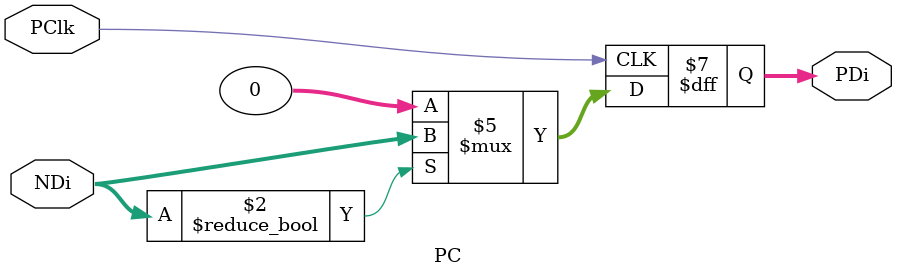
<source format=v>
`timescale 1ns/1ns

module PC (
		
		//Entradas
		input PClk,
		input [31:0]NDi,
		//Salidas
		output reg [31:0]PDi

);

//2- Delcaracion de señales --> NA(No aplica)

//3- Cuerpo del modulo

//Señales de estimulo:
initial		/*In 01*/ PDi = 32'b0;

//Bloque Always
always @ (posedge PClk)	


	if (NDi)
	PDi = NDi;
	else
	PDi = 32'b0; 
	

endmodule

</source>
